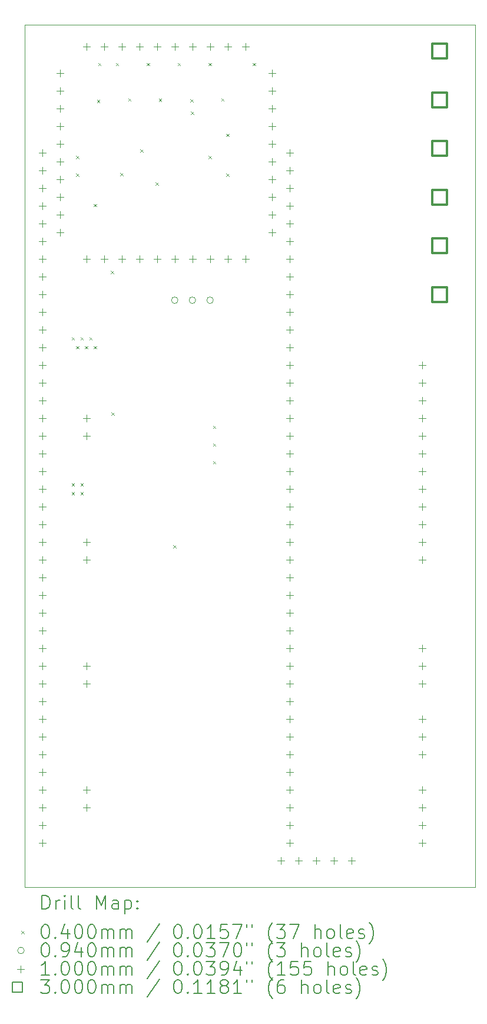
<source format=gbr>
%TF.GenerationSoftware,KiCad,Pcbnew,(6.0.9)*%
%TF.CreationDate,2023-07-15T07:21:42-07:00*%
%TF.ProjectId,canbuz-1977-vw-bus-ecu,63616e62-757a-42d3-9139-37372d76772d,rev?*%
%TF.SameCoordinates,Original*%
%TF.FileFunction,Drillmap*%
%TF.FilePolarity,Positive*%
%FSLAX45Y45*%
G04 Gerber Fmt 4.5, Leading zero omitted, Abs format (unit mm)*
G04 Created by KiCad (PCBNEW (6.0.9)) date 2023-07-15 07:21:42*
%MOMM*%
%LPD*%
G01*
G04 APERTURE LIST*
%ADD10C,0.100000*%
%ADD11C,0.200000*%
%ADD12C,0.040000*%
%ADD13C,0.094000*%
%ADD14C,0.300000*%
G04 APERTURE END LIST*
D10*
X10160000Y-4000500D02*
X3683000Y-4000500D01*
X3683000Y-16383000D02*
X10160000Y-16383000D01*
X3683000Y-4000500D02*
X3683000Y-16383000D01*
X10160000Y-16383000D02*
X10160000Y-4000500D01*
D11*
D12*
X4361500Y-8489000D02*
X4401500Y-8529000D01*
X4401500Y-8489000D02*
X4361500Y-8529000D01*
X4361500Y-10584500D02*
X4401500Y-10624500D01*
X4401500Y-10584500D02*
X4361500Y-10624500D01*
X4361500Y-10711500D02*
X4401500Y-10751500D01*
X4401500Y-10711500D02*
X4361500Y-10751500D01*
X4425000Y-5885500D02*
X4465000Y-5925500D01*
X4465000Y-5885500D02*
X4425000Y-5925500D01*
X4425000Y-6139500D02*
X4465000Y-6179500D01*
X4465000Y-6139500D02*
X4425000Y-6179500D01*
X4425000Y-8616000D02*
X4465000Y-8656000D01*
X4465000Y-8616000D02*
X4425000Y-8656000D01*
X4488500Y-8489000D02*
X4528500Y-8529000D01*
X4528500Y-8489000D02*
X4488500Y-8529000D01*
X4488500Y-10584500D02*
X4528500Y-10624500D01*
X4528500Y-10584500D02*
X4488500Y-10624500D01*
X4488500Y-10711500D02*
X4528500Y-10751500D01*
X4528500Y-10711500D02*
X4488500Y-10751500D01*
X4552000Y-8616000D02*
X4592000Y-8656000D01*
X4592000Y-8616000D02*
X4552000Y-8656000D01*
X4615500Y-8489000D02*
X4655500Y-8529000D01*
X4655500Y-8489000D02*
X4615500Y-8529000D01*
X4679000Y-6574550D02*
X4719000Y-6614550D01*
X4719000Y-6574550D02*
X4679000Y-6614550D01*
X4679000Y-8616000D02*
X4719000Y-8656000D01*
X4719000Y-8616000D02*
X4679000Y-8656000D01*
X4724625Y-5077875D02*
X4764625Y-5117875D01*
X4764625Y-5077875D02*
X4724625Y-5117875D01*
X4742500Y-4552000D02*
X4782500Y-4592000D01*
X4782500Y-4552000D02*
X4742500Y-4592000D01*
X4924050Y-7536500D02*
X4964050Y-7576500D01*
X4964050Y-7536500D02*
X4924050Y-7576500D01*
X4933000Y-9568500D02*
X4973000Y-9608500D01*
X4973000Y-9568500D02*
X4933000Y-9608500D01*
X4996500Y-4552000D02*
X5036500Y-4592000D01*
X5036500Y-4552000D02*
X4996500Y-4592000D01*
X5060000Y-6130050D02*
X5100000Y-6170050D01*
X5100000Y-6130050D02*
X5060000Y-6170050D01*
X5173550Y-5060000D02*
X5213550Y-5100000D01*
X5213550Y-5060000D02*
X5173550Y-5100000D01*
X5349750Y-5794250D02*
X5389750Y-5834250D01*
X5389750Y-5794250D02*
X5349750Y-5834250D01*
X5441000Y-4552000D02*
X5481000Y-4592000D01*
X5481000Y-4552000D02*
X5441000Y-4592000D01*
X5568000Y-6266500D02*
X5608000Y-6306500D01*
X5608000Y-6266500D02*
X5568000Y-6306500D01*
X5613500Y-5065250D02*
X5653500Y-5105250D01*
X5653500Y-5065250D02*
X5613500Y-5105250D01*
X5822000Y-11473500D02*
X5862000Y-11513500D01*
X5862000Y-11473500D02*
X5822000Y-11513500D01*
X5885500Y-4552000D02*
X5925500Y-4592000D01*
X5925500Y-4552000D02*
X5885500Y-4592000D01*
X6064375Y-5071625D02*
X6104375Y-5111625D01*
X6104375Y-5071625D02*
X6064375Y-5111625D01*
X6076000Y-5250500D02*
X6116000Y-5290500D01*
X6116000Y-5250500D02*
X6076000Y-5290500D01*
X6330000Y-4552000D02*
X6370000Y-4592000D01*
X6370000Y-4552000D02*
X6330000Y-4592000D01*
X6330000Y-5885500D02*
X6370000Y-5925500D01*
X6370000Y-5885500D02*
X6330000Y-5925500D01*
X6393500Y-9759000D02*
X6433500Y-9799000D01*
X6433500Y-9759000D02*
X6393500Y-9799000D01*
X6393500Y-10013000D02*
X6433500Y-10053000D01*
X6433500Y-10013000D02*
X6393500Y-10053000D01*
X6393500Y-10267000D02*
X6433500Y-10307000D01*
X6433500Y-10267000D02*
X6393500Y-10307000D01*
X6511550Y-5060000D02*
X6551550Y-5100000D01*
X6551550Y-5060000D02*
X6511550Y-5100000D01*
X6584000Y-5568000D02*
X6624000Y-5608000D01*
X6624000Y-5568000D02*
X6584000Y-5608000D01*
X6584000Y-6139500D02*
X6624000Y-6179500D01*
X6624000Y-6139500D02*
X6584000Y-6179500D01*
X6965000Y-4552000D02*
X7005000Y-4592000D01*
X7005000Y-4552000D02*
X6965000Y-4592000D01*
D13*
X5889000Y-7957250D02*
G75*
G03*
X5889000Y-7957250I-47000J0D01*
G01*
X6143000Y-7957250D02*
G75*
G03*
X6143000Y-7957250I-47000J0D01*
G01*
X6397000Y-7957250D02*
G75*
G03*
X6397000Y-7957250I-47000J0D01*
G01*
D10*
X3942000Y-5792000D02*
X3942000Y-5892000D01*
X3892000Y-5842000D02*
X3992000Y-5842000D01*
X3942000Y-6046000D02*
X3942000Y-6146000D01*
X3892000Y-6096000D02*
X3992000Y-6096000D01*
X3942000Y-6300000D02*
X3942000Y-6400000D01*
X3892000Y-6350000D02*
X3992000Y-6350000D01*
X3942000Y-6554000D02*
X3942000Y-6654000D01*
X3892000Y-6604000D02*
X3992000Y-6604000D01*
X3942000Y-6808000D02*
X3942000Y-6908000D01*
X3892000Y-6858000D02*
X3992000Y-6858000D01*
X3942000Y-7062000D02*
X3942000Y-7162000D01*
X3892000Y-7112000D02*
X3992000Y-7112000D01*
X3942000Y-7316000D02*
X3942000Y-7416000D01*
X3892000Y-7366000D02*
X3992000Y-7366000D01*
X3942000Y-7570000D02*
X3942000Y-7670000D01*
X3892000Y-7620000D02*
X3992000Y-7620000D01*
X3942000Y-7824000D02*
X3942000Y-7924000D01*
X3892000Y-7874000D02*
X3992000Y-7874000D01*
X3942000Y-8078000D02*
X3942000Y-8178000D01*
X3892000Y-8128000D02*
X3992000Y-8128000D01*
X3942000Y-8332000D02*
X3942000Y-8432000D01*
X3892000Y-8382000D02*
X3992000Y-8382000D01*
X3942000Y-8586000D02*
X3942000Y-8686000D01*
X3892000Y-8636000D02*
X3992000Y-8636000D01*
X3942000Y-8840000D02*
X3942000Y-8940000D01*
X3892000Y-8890000D02*
X3992000Y-8890000D01*
X3942000Y-9094000D02*
X3942000Y-9194000D01*
X3892000Y-9144000D02*
X3992000Y-9144000D01*
X3942000Y-9348000D02*
X3942000Y-9448000D01*
X3892000Y-9398000D02*
X3992000Y-9398000D01*
X3942000Y-9602000D02*
X3942000Y-9702000D01*
X3892000Y-9652000D02*
X3992000Y-9652000D01*
X3942000Y-9856000D02*
X3942000Y-9956000D01*
X3892000Y-9906000D02*
X3992000Y-9906000D01*
X3942000Y-10110000D02*
X3942000Y-10210000D01*
X3892000Y-10160000D02*
X3992000Y-10160000D01*
X3942000Y-10364000D02*
X3942000Y-10464000D01*
X3892000Y-10414000D02*
X3992000Y-10414000D01*
X3942000Y-10618000D02*
X3942000Y-10718000D01*
X3892000Y-10668000D02*
X3992000Y-10668000D01*
X3942000Y-10872000D02*
X3942000Y-10972000D01*
X3892000Y-10922000D02*
X3992000Y-10922000D01*
X3942000Y-11126000D02*
X3942000Y-11226000D01*
X3892000Y-11176000D02*
X3992000Y-11176000D01*
X3942000Y-11380000D02*
X3942000Y-11480000D01*
X3892000Y-11430000D02*
X3992000Y-11430000D01*
X3942000Y-11634000D02*
X3942000Y-11734000D01*
X3892000Y-11684000D02*
X3992000Y-11684000D01*
X3942000Y-11888000D02*
X3942000Y-11988000D01*
X3892000Y-11938000D02*
X3992000Y-11938000D01*
X3942000Y-12142000D02*
X3942000Y-12242000D01*
X3892000Y-12192000D02*
X3992000Y-12192000D01*
X3942000Y-12396000D02*
X3942000Y-12496000D01*
X3892000Y-12446000D02*
X3992000Y-12446000D01*
X3942000Y-12650000D02*
X3942000Y-12750000D01*
X3892000Y-12700000D02*
X3992000Y-12700000D01*
X3942000Y-12904000D02*
X3942000Y-13004000D01*
X3892000Y-12954000D02*
X3992000Y-12954000D01*
X3942000Y-13158000D02*
X3942000Y-13258000D01*
X3892000Y-13208000D02*
X3992000Y-13208000D01*
X3942000Y-13412000D02*
X3942000Y-13512000D01*
X3892000Y-13462000D02*
X3992000Y-13462000D01*
X3942000Y-13666000D02*
X3942000Y-13766000D01*
X3892000Y-13716000D02*
X3992000Y-13716000D01*
X3942000Y-13920000D02*
X3942000Y-14020000D01*
X3892000Y-13970000D02*
X3992000Y-13970000D01*
X3942000Y-14174000D02*
X3942000Y-14274000D01*
X3892000Y-14224000D02*
X3992000Y-14224000D01*
X3942000Y-14428000D02*
X3942000Y-14528000D01*
X3892000Y-14478000D02*
X3992000Y-14478000D01*
X3942000Y-14682000D02*
X3942000Y-14782000D01*
X3892000Y-14732000D02*
X3992000Y-14732000D01*
X3942000Y-14936000D02*
X3942000Y-15036000D01*
X3892000Y-14986000D02*
X3992000Y-14986000D01*
X3942000Y-15190000D02*
X3942000Y-15290000D01*
X3892000Y-15240000D02*
X3992000Y-15240000D01*
X3942000Y-15444000D02*
X3942000Y-15544000D01*
X3892000Y-15494000D02*
X3992000Y-15494000D01*
X3942000Y-15698000D02*
X3942000Y-15798000D01*
X3892000Y-15748000D02*
X3992000Y-15748000D01*
X4191000Y-4649000D02*
X4191000Y-4749000D01*
X4141000Y-4699000D02*
X4241000Y-4699000D01*
X4191000Y-4903000D02*
X4191000Y-5003000D01*
X4141000Y-4953000D02*
X4241000Y-4953000D01*
X4191000Y-5157000D02*
X4191000Y-5257000D01*
X4141000Y-5207000D02*
X4241000Y-5207000D01*
X4191000Y-5411000D02*
X4191000Y-5511000D01*
X4141000Y-5461000D02*
X4241000Y-5461000D01*
X4191000Y-5665000D02*
X4191000Y-5765000D01*
X4141000Y-5715000D02*
X4241000Y-5715000D01*
X4191000Y-5919000D02*
X4191000Y-6019000D01*
X4141000Y-5969000D02*
X4241000Y-5969000D01*
X4191000Y-6173000D02*
X4191000Y-6273000D01*
X4141000Y-6223000D02*
X4241000Y-6223000D01*
X4191000Y-6427000D02*
X4191000Y-6527000D01*
X4141000Y-6477000D02*
X4241000Y-6477000D01*
X4191000Y-6681000D02*
X4191000Y-6781000D01*
X4141000Y-6731000D02*
X4241000Y-6731000D01*
X4191000Y-6935000D02*
X4191000Y-7035000D01*
X4141000Y-6985000D02*
X4241000Y-6985000D01*
X4572000Y-4268000D02*
X4572000Y-4368000D01*
X4522000Y-4318000D02*
X4622000Y-4318000D01*
X4572000Y-7316000D02*
X4572000Y-7416000D01*
X4522000Y-7366000D02*
X4622000Y-7366000D01*
X4572000Y-9602000D02*
X4572000Y-9702000D01*
X4522000Y-9652000D02*
X4622000Y-9652000D01*
X4572000Y-9856000D02*
X4572000Y-9956000D01*
X4522000Y-9906000D02*
X4622000Y-9906000D01*
X4572000Y-11380000D02*
X4572000Y-11480000D01*
X4522000Y-11430000D02*
X4622000Y-11430000D01*
X4572000Y-11634000D02*
X4572000Y-11734000D01*
X4522000Y-11684000D02*
X4622000Y-11684000D01*
X4572000Y-13158000D02*
X4572000Y-13258000D01*
X4522000Y-13208000D02*
X4622000Y-13208000D01*
X4572000Y-13412000D02*
X4572000Y-13512000D01*
X4522000Y-13462000D02*
X4622000Y-13462000D01*
X4572000Y-14936000D02*
X4572000Y-15036000D01*
X4522000Y-14986000D02*
X4622000Y-14986000D01*
X4572000Y-15190000D02*
X4572000Y-15290000D01*
X4522000Y-15240000D02*
X4622000Y-15240000D01*
X4826000Y-4268000D02*
X4826000Y-4368000D01*
X4776000Y-4318000D02*
X4876000Y-4318000D01*
X4826000Y-7316000D02*
X4826000Y-7416000D01*
X4776000Y-7366000D02*
X4876000Y-7366000D01*
X5080000Y-4268000D02*
X5080000Y-4368000D01*
X5030000Y-4318000D02*
X5130000Y-4318000D01*
X5080000Y-7316000D02*
X5080000Y-7416000D01*
X5030000Y-7366000D02*
X5130000Y-7366000D01*
X5334000Y-4268000D02*
X5334000Y-4368000D01*
X5284000Y-4318000D02*
X5384000Y-4318000D01*
X5334000Y-7316000D02*
X5334000Y-7416000D01*
X5284000Y-7366000D02*
X5384000Y-7366000D01*
X5588000Y-4268000D02*
X5588000Y-4368000D01*
X5538000Y-4318000D02*
X5638000Y-4318000D01*
X5588000Y-7316000D02*
X5588000Y-7416000D01*
X5538000Y-7366000D02*
X5638000Y-7366000D01*
X5842000Y-4268000D02*
X5842000Y-4368000D01*
X5792000Y-4318000D02*
X5892000Y-4318000D01*
X5842000Y-7316000D02*
X5842000Y-7416000D01*
X5792000Y-7366000D02*
X5892000Y-7366000D01*
X6096000Y-4268000D02*
X6096000Y-4368000D01*
X6046000Y-4318000D02*
X6146000Y-4318000D01*
X6096000Y-7316000D02*
X6096000Y-7416000D01*
X6046000Y-7366000D02*
X6146000Y-7366000D01*
X6350000Y-4268000D02*
X6350000Y-4368000D01*
X6300000Y-4318000D02*
X6400000Y-4318000D01*
X6350000Y-7316000D02*
X6350000Y-7416000D01*
X6300000Y-7366000D02*
X6400000Y-7366000D01*
X6604000Y-4268000D02*
X6604000Y-4368000D01*
X6554000Y-4318000D02*
X6654000Y-4318000D01*
X6604000Y-7316000D02*
X6604000Y-7416000D01*
X6554000Y-7366000D02*
X6654000Y-7366000D01*
X6858000Y-4268000D02*
X6858000Y-4368000D01*
X6808000Y-4318000D02*
X6908000Y-4318000D01*
X6858000Y-7316000D02*
X6858000Y-7416000D01*
X6808000Y-7366000D02*
X6908000Y-7366000D01*
X7239000Y-4649000D02*
X7239000Y-4749000D01*
X7189000Y-4699000D02*
X7289000Y-4699000D01*
X7239000Y-4903000D02*
X7239000Y-5003000D01*
X7189000Y-4953000D02*
X7289000Y-4953000D01*
X7239000Y-5157000D02*
X7239000Y-5257000D01*
X7189000Y-5207000D02*
X7289000Y-5207000D01*
X7239000Y-5411000D02*
X7239000Y-5511000D01*
X7189000Y-5461000D02*
X7289000Y-5461000D01*
X7239000Y-5665000D02*
X7239000Y-5765000D01*
X7189000Y-5715000D02*
X7289000Y-5715000D01*
X7239000Y-5919000D02*
X7239000Y-6019000D01*
X7189000Y-5969000D02*
X7289000Y-5969000D01*
X7239000Y-6173000D02*
X7239000Y-6273000D01*
X7189000Y-6223000D02*
X7289000Y-6223000D01*
X7239000Y-6427000D02*
X7239000Y-6527000D01*
X7189000Y-6477000D02*
X7289000Y-6477000D01*
X7239000Y-6681000D02*
X7239000Y-6781000D01*
X7189000Y-6731000D02*
X7289000Y-6731000D01*
X7239000Y-6935000D02*
X7239000Y-7035000D01*
X7189000Y-6985000D02*
X7289000Y-6985000D01*
X7366000Y-15952000D02*
X7366000Y-16052000D01*
X7316000Y-16002000D02*
X7416000Y-16002000D01*
X7498000Y-5792000D02*
X7498000Y-5892000D01*
X7448000Y-5842000D02*
X7548000Y-5842000D01*
X7498000Y-6046000D02*
X7498000Y-6146000D01*
X7448000Y-6096000D02*
X7548000Y-6096000D01*
X7498000Y-6300000D02*
X7498000Y-6400000D01*
X7448000Y-6350000D02*
X7548000Y-6350000D01*
X7498000Y-6554000D02*
X7498000Y-6654000D01*
X7448000Y-6604000D02*
X7548000Y-6604000D01*
X7498000Y-6808000D02*
X7498000Y-6908000D01*
X7448000Y-6858000D02*
X7548000Y-6858000D01*
X7498000Y-7062000D02*
X7498000Y-7162000D01*
X7448000Y-7112000D02*
X7548000Y-7112000D01*
X7498000Y-7316000D02*
X7498000Y-7416000D01*
X7448000Y-7366000D02*
X7548000Y-7366000D01*
X7498000Y-7570000D02*
X7498000Y-7670000D01*
X7448000Y-7620000D02*
X7548000Y-7620000D01*
X7498000Y-7824000D02*
X7498000Y-7924000D01*
X7448000Y-7874000D02*
X7548000Y-7874000D01*
X7498000Y-8078000D02*
X7498000Y-8178000D01*
X7448000Y-8128000D02*
X7548000Y-8128000D01*
X7498000Y-8332000D02*
X7498000Y-8432000D01*
X7448000Y-8382000D02*
X7548000Y-8382000D01*
X7498000Y-8586000D02*
X7498000Y-8686000D01*
X7448000Y-8636000D02*
X7548000Y-8636000D01*
X7498000Y-8840000D02*
X7498000Y-8940000D01*
X7448000Y-8890000D02*
X7548000Y-8890000D01*
X7498000Y-9094000D02*
X7498000Y-9194000D01*
X7448000Y-9144000D02*
X7548000Y-9144000D01*
X7498000Y-9348000D02*
X7498000Y-9448000D01*
X7448000Y-9398000D02*
X7548000Y-9398000D01*
X7498000Y-9602000D02*
X7498000Y-9702000D01*
X7448000Y-9652000D02*
X7548000Y-9652000D01*
X7498000Y-9856000D02*
X7498000Y-9956000D01*
X7448000Y-9906000D02*
X7548000Y-9906000D01*
X7498000Y-10110000D02*
X7498000Y-10210000D01*
X7448000Y-10160000D02*
X7548000Y-10160000D01*
X7498000Y-10364000D02*
X7498000Y-10464000D01*
X7448000Y-10414000D02*
X7548000Y-10414000D01*
X7498000Y-10618000D02*
X7498000Y-10718000D01*
X7448000Y-10668000D02*
X7548000Y-10668000D01*
X7498000Y-10872000D02*
X7498000Y-10972000D01*
X7448000Y-10922000D02*
X7548000Y-10922000D01*
X7498000Y-11126000D02*
X7498000Y-11226000D01*
X7448000Y-11176000D02*
X7548000Y-11176000D01*
X7498000Y-11380000D02*
X7498000Y-11480000D01*
X7448000Y-11430000D02*
X7548000Y-11430000D01*
X7498000Y-11634000D02*
X7498000Y-11734000D01*
X7448000Y-11684000D02*
X7548000Y-11684000D01*
X7498000Y-11888000D02*
X7498000Y-11988000D01*
X7448000Y-11938000D02*
X7548000Y-11938000D01*
X7498000Y-12142000D02*
X7498000Y-12242000D01*
X7448000Y-12192000D02*
X7548000Y-12192000D01*
X7498000Y-12396000D02*
X7498000Y-12496000D01*
X7448000Y-12446000D02*
X7548000Y-12446000D01*
X7498000Y-12650000D02*
X7498000Y-12750000D01*
X7448000Y-12700000D02*
X7548000Y-12700000D01*
X7498000Y-12904000D02*
X7498000Y-13004000D01*
X7448000Y-12954000D02*
X7548000Y-12954000D01*
X7498000Y-13158000D02*
X7498000Y-13258000D01*
X7448000Y-13208000D02*
X7548000Y-13208000D01*
X7498000Y-13412000D02*
X7498000Y-13512000D01*
X7448000Y-13462000D02*
X7548000Y-13462000D01*
X7498000Y-13666000D02*
X7498000Y-13766000D01*
X7448000Y-13716000D02*
X7548000Y-13716000D01*
X7498000Y-13920000D02*
X7498000Y-14020000D01*
X7448000Y-13970000D02*
X7548000Y-13970000D01*
X7498000Y-14174000D02*
X7498000Y-14274000D01*
X7448000Y-14224000D02*
X7548000Y-14224000D01*
X7498000Y-14428000D02*
X7498000Y-14528000D01*
X7448000Y-14478000D02*
X7548000Y-14478000D01*
X7498000Y-14682000D02*
X7498000Y-14782000D01*
X7448000Y-14732000D02*
X7548000Y-14732000D01*
X7498000Y-14936000D02*
X7498000Y-15036000D01*
X7448000Y-14986000D02*
X7548000Y-14986000D01*
X7498000Y-15190000D02*
X7498000Y-15290000D01*
X7448000Y-15240000D02*
X7548000Y-15240000D01*
X7498000Y-15444000D02*
X7498000Y-15544000D01*
X7448000Y-15494000D02*
X7548000Y-15494000D01*
X7498000Y-15698000D02*
X7498000Y-15798000D01*
X7448000Y-15748000D02*
X7548000Y-15748000D01*
X7620000Y-15952000D02*
X7620000Y-16052000D01*
X7570000Y-16002000D02*
X7670000Y-16002000D01*
X7874000Y-15952000D02*
X7874000Y-16052000D01*
X7824000Y-16002000D02*
X7924000Y-16002000D01*
X8128000Y-15952000D02*
X8128000Y-16052000D01*
X8078000Y-16002000D02*
X8178000Y-16002000D01*
X8382000Y-15952000D02*
X8382000Y-16052000D01*
X8332000Y-16002000D02*
X8432000Y-16002000D01*
X9398000Y-8840000D02*
X9398000Y-8940000D01*
X9348000Y-8890000D02*
X9448000Y-8890000D01*
X9398000Y-9094000D02*
X9398000Y-9194000D01*
X9348000Y-9144000D02*
X9448000Y-9144000D01*
X9398000Y-9348000D02*
X9398000Y-9448000D01*
X9348000Y-9398000D02*
X9448000Y-9398000D01*
X9398000Y-9602000D02*
X9398000Y-9702000D01*
X9348000Y-9652000D02*
X9448000Y-9652000D01*
X9398000Y-9856000D02*
X9398000Y-9956000D01*
X9348000Y-9906000D02*
X9448000Y-9906000D01*
X9398000Y-10110000D02*
X9398000Y-10210000D01*
X9348000Y-10160000D02*
X9448000Y-10160000D01*
X9398000Y-10364000D02*
X9398000Y-10464000D01*
X9348000Y-10414000D02*
X9448000Y-10414000D01*
X9398000Y-10618000D02*
X9398000Y-10718000D01*
X9348000Y-10668000D02*
X9448000Y-10668000D01*
X9398000Y-10872000D02*
X9398000Y-10972000D01*
X9348000Y-10922000D02*
X9448000Y-10922000D01*
X9398000Y-11126000D02*
X9398000Y-11226000D01*
X9348000Y-11176000D02*
X9448000Y-11176000D01*
X9398000Y-11380000D02*
X9398000Y-11480000D01*
X9348000Y-11430000D02*
X9448000Y-11430000D01*
X9398000Y-11634000D02*
X9398000Y-11734000D01*
X9348000Y-11684000D02*
X9448000Y-11684000D01*
X9398000Y-12904000D02*
X9398000Y-13004000D01*
X9348000Y-12954000D02*
X9448000Y-12954000D01*
X9398000Y-13158000D02*
X9398000Y-13258000D01*
X9348000Y-13208000D02*
X9448000Y-13208000D01*
X9398000Y-13412000D02*
X9398000Y-13512000D01*
X9348000Y-13462000D02*
X9448000Y-13462000D01*
X9398000Y-13920000D02*
X9398000Y-14020000D01*
X9348000Y-13970000D02*
X9448000Y-13970000D01*
X9398000Y-14174000D02*
X9398000Y-14274000D01*
X9348000Y-14224000D02*
X9448000Y-14224000D01*
X9398000Y-14428000D02*
X9398000Y-14528000D01*
X9348000Y-14478000D02*
X9448000Y-14478000D01*
X9398000Y-14936000D02*
X9398000Y-15036000D01*
X9348000Y-14986000D02*
X9448000Y-14986000D01*
X9398000Y-15190000D02*
X9398000Y-15290000D01*
X9348000Y-15240000D02*
X9448000Y-15240000D01*
X9398000Y-15444000D02*
X9398000Y-15544000D01*
X9348000Y-15494000D02*
X9448000Y-15494000D01*
X9398000Y-15698000D02*
X9398000Y-15798000D01*
X9348000Y-15748000D02*
X9448000Y-15748000D01*
D14*
X9758067Y-4487567D02*
X9758067Y-4275433D01*
X9545933Y-4275433D01*
X9545933Y-4487567D01*
X9758067Y-4487567D01*
X9758067Y-5186067D02*
X9758067Y-4973933D01*
X9545933Y-4973933D01*
X9545933Y-5186067D01*
X9758067Y-5186067D01*
X9758067Y-5884567D02*
X9758067Y-5672433D01*
X9545933Y-5672433D01*
X9545933Y-5884567D01*
X9758067Y-5884567D01*
X9758067Y-6583067D02*
X9758067Y-6370933D01*
X9545933Y-6370933D01*
X9545933Y-6583067D01*
X9758067Y-6583067D01*
X9758067Y-7281567D02*
X9758067Y-7069433D01*
X9545933Y-7069433D01*
X9545933Y-7281567D01*
X9758067Y-7281567D01*
X9758067Y-7980067D02*
X9758067Y-7767933D01*
X9545933Y-7767933D01*
X9545933Y-7980067D01*
X9758067Y-7980067D01*
D11*
X3935619Y-16698476D02*
X3935619Y-16498476D01*
X3983238Y-16498476D01*
X4011809Y-16508000D01*
X4030857Y-16527048D01*
X4040381Y-16546095D01*
X4049905Y-16584190D01*
X4049905Y-16612762D01*
X4040381Y-16650857D01*
X4030857Y-16669905D01*
X4011809Y-16688952D01*
X3983238Y-16698476D01*
X3935619Y-16698476D01*
X4135619Y-16698476D02*
X4135619Y-16565143D01*
X4135619Y-16603238D02*
X4145143Y-16584190D01*
X4154667Y-16574667D01*
X4173714Y-16565143D01*
X4192762Y-16565143D01*
X4259429Y-16698476D02*
X4259429Y-16565143D01*
X4259429Y-16498476D02*
X4249905Y-16508000D01*
X4259429Y-16517524D01*
X4268952Y-16508000D01*
X4259429Y-16498476D01*
X4259429Y-16517524D01*
X4383238Y-16698476D02*
X4364190Y-16688952D01*
X4354667Y-16669905D01*
X4354667Y-16498476D01*
X4488000Y-16698476D02*
X4468952Y-16688952D01*
X4459429Y-16669905D01*
X4459429Y-16498476D01*
X4716571Y-16698476D02*
X4716571Y-16498476D01*
X4783238Y-16641333D01*
X4849905Y-16498476D01*
X4849905Y-16698476D01*
X5030857Y-16698476D02*
X5030857Y-16593714D01*
X5021333Y-16574667D01*
X5002286Y-16565143D01*
X4964190Y-16565143D01*
X4945143Y-16574667D01*
X5030857Y-16688952D02*
X5011810Y-16698476D01*
X4964190Y-16698476D01*
X4945143Y-16688952D01*
X4935619Y-16669905D01*
X4935619Y-16650857D01*
X4945143Y-16631809D01*
X4964190Y-16622286D01*
X5011810Y-16622286D01*
X5030857Y-16612762D01*
X5126095Y-16565143D02*
X5126095Y-16765143D01*
X5126095Y-16574667D02*
X5145143Y-16565143D01*
X5183238Y-16565143D01*
X5202286Y-16574667D01*
X5211810Y-16584190D01*
X5221333Y-16603238D01*
X5221333Y-16660381D01*
X5211810Y-16679428D01*
X5202286Y-16688952D01*
X5183238Y-16698476D01*
X5145143Y-16698476D01*
X5126095Y-16688952D01*
X5307048Y-16679428D02*
X5316571Y-16688952D01*
X5307048Y-16698476D01*
X5297524Y-16688952D01*
X5307048Y-16679428D01*
X5307048Y-16698476D01*
X5307048Y-16574667D02*
X5316571Y-16584190D01*
X5307048Y-16593714D01*
X5297524Y-16584190D01*
X5307048Y-16574667D01*
X5307048Y-16593714D01*
D12*
X3638000Y-17008000D02*
X3678000Y-17048000D01*
X3678000Y-17008000D02*
X3638000Y-17048000D01*
D11*
X3973714Y-16918476D02*
X3992762Y-16918476D01*
X4011809Y-16928000D01*
X4021333Y-16937524D01*
X4030857Y-16956571D01*
X4040381Y-16994667D01*
X4040381Y-17042286D01*
X4030857Y-17080381D01*
X4021333Y-17099429D01*
X4011809Y-17108952D01*
X3992762Y-17118476D01*
X3973714Y-17118476D01*
X3954667Y-17108952D01*
X3945143Y-17099429D01*
X3935619Y-17080381D01*
X3926095Y-17042286D01*
X3926095Y-16994667D01*
X3935619Y-16956571D01*
X3945143Y-16937524D01*
X3954667Y-16928000D01*
X3973714Y-16918476D01*
X4126095Y-17099429D02*
X4135619Y-17108952D01*
X4126095Y-17118476D01*
X4116571Y-17108952D01*
X4126095Y-17099429D01*
X4126095Y-17118476D01*
X4307048Y-16985143D02*
X4307048Y-17118476D01*
X4259429Y-16908952D02*
X4211810Y-17051810D01*
X4335619Y-17051810D01*
X4449905Y-16918476D02*
X4468952Y-16918476D01*
X4488000Y-16928000D01*
X4497524Y-16937524D01*
X4507048Y-16956571D01*
X4516571Y-16994667D01*
X4516571Y-17042286D01*
X4507048Y-17080381D01*
X4497524Y-17099429D01*
X4488000Y-17108952D01*
X4468952Y-17118476D01*
X4449905Y-17118476D01*
X4430857Y-17108952D01*
X4421333Y-17099429D01*
X4411810Y-17080381D01*
X4402286Y-17042286D01*
X4402286Y-16994667D01*
X4411810Y-16956571D01*
X4421333Y-16937524D01*
X4430857Y-16928000D01*
X4449905Y-16918476D01*
X4640381Y-16918476D02*
X4659429Y-16918476D01*
X4678476Y-16928000D01*
X4688000Y-16937524D01*
X4697524Y-16956571D01*
X4707048Y-16994667D01*
X4707048Y-17042286D01*
X4697524Y-17080381D01*
X4688000Y-17099429D01*
X4678476Y-17108952D01*
X4659429Y-17118476D01*
X4640381Y-17118476D01*
X4621333Y-17108952D01*
X4611810Y-17099429D01*
X4602286Y-17080381D01*
X4592762Y-17042286D01*
X4592762Y-16994667D01*
X4602286Y-16956571D01*
X4611810Y-16937524D01*
X4621333Y-16928000D01*
X4640381Y-16918476D01*
X4792762Y-17118476D02*
X4792762Y-16985143D01*
X4792762Y-17004190D02*
X4802286Y-16994667D01*
X4821333Y-16985143D01*
X4849905Y-16985143D01*
X4868952Y-16994667D01*
X4878476Y-17013714D01*
X4878476Y-17118476D01*
X4878476Y-17013714D02*
X4888000Y-16994667D01*
X4907048Y-16985143D01*
X4935619Y-16985143D01*
X4954667Y-16994667D01*
X4964190Y-17013714D01*
X4964190Y-17118476D01*
X5059429Y-17118476D02*
X5059429Y-16985143D01*
X5059429Y-17004190D02*
X5068952Y-16994667D01*
X5088000Y-16985143D01*
X5116571Y-16985143D01*
X5135619Y-16994667D01*
X5145143Y-17013714D01*
X5145143Y-17118476D01*
X5145143Y-17013714D02*
X5154667Y-16994667D01*
X5173714Y-16985143D01*
X5202286Y-16985143D01*
X5221333Y-16994667D01*
X5230857Y-17013714D01*
X5230857Y-17118476D01*
X5621333Y-16908952D02*
X5449905Y-17166095D01*
X5878476Y-16918476D02*
X5897524Y-16918476D01*
X5916571Y-16928000D01*
X5926095Y-16937524D01*
X5935619Y-16956571D01*
X5945143Y-16994667D01*
X5945143Y-17042286D01*
X5935619Y-17080381D01*
X5926095Y-17099429D01*
X5916571Y-17108952D01*
X5897524Y-17118476D01*
X5878476Y-17118476D01*
X5859428Y-17108952D01*
X5849905Y-17099429D01*
X5840381Y-17080381D01*
X5830857Y-17042286D01*
X5830857Y-16994667D01*
X5840381Y-16956571D01*
X5849905Y-16937524D01*
X5859428Y-16928000D01*
X5878476Y-16918476D01*
X6030857Y-17099429D02*
X6040381Y-17108952D01*
X6030857Y-17118476D01*
X6021333Y-17108952D01*
X6030857Y-17099429D01*
X6030857Y-17118476D01*
X6164190Y-16918476D02*
X6183238Y-16918476D01*
X6202286Y-16928000D01*
X6211809Y-16937524D01*
X6221333Y-16956571D01*
X6230857Y-16994667D01*
X6230857Y-17042286D01*
X6221333Y-17080381D01*
X6211809Y-17099429D01*
X6202286Y-17108952D01*
X6183238Y-17118476D01*
X6164190Y-17118476D01*
X6145143Y-17108952D01*
X6135619Y-17099429D01*
X6126095Y-17080381D01*
X6116571Y-17042286D01*
X6116571Y-16994667D01*
X6126095Y-16956571D01*
X6135619Y-16937524D01*
X6145143Y-16928000D01*
X6164190Y-16918476D01*
X6421333Y-17118476D02*
X6307048Y-17118476D01*
X6364190Y-17118476D02*
X6364190Y-16918476D01*
X6345143Y-16947048D01*
X6326095Y-16966095D01*
X6307048Y-16975619D01*
X6602286Y-16918476D02*
X6507048Y-16918476D01*
X6497524Y-17013714D01*
X6507048Y-17004190D01*
X6526095Y-16994667D01*
X6573714Y-16994667D01*
X6592762Y-17004190D01*
X6602286Y-17013714D01*
X6611809Y-17032762D01*
X6611809Y-17080381D01*
X6602286Y-17099429D01*
X6592762Y-17108952D01*
X6573714Y-17118476D01*
X6526095Y-17118476D01*
X6507048Y-17108952D01*
X6497524Y-17099429D01*
X6678476Y-16918476D02*
X6811809Y-16918476D01*
X6726095Y-17118476D01*
X6878476Y-16918476D02*
X6878476Y-16956571D01*
X6954667Y-16918476D02*
X6954667Y-16956571D01*
X7249905Y-17194667D02*
X7240381Y-17185143D01*
X7221333Y-17156571D01*
X7211809Y-17137524D01*
X7202286Y-17108952D01*
X7192762Y-17061333D01*
X7192762Y-17023238D01*
X7202286Y-16975619D01*
X7211809Y-16947048D01*
X7221333Y-16928000D01*
X7240381Y-16899429D01*
X7249905Y-16889905D01*
X7307048Y-16918476D02*
X7430857Y-16918476D01*
X7364190Y-16994667D01*
X7392762Y-16994667D01*
X7411809Y-17004190D01*
X7421333Y-17013714D01*
X7430857Y-17032762D01*
X7430857Y-17080381D01*
X7421333Y-17099429D01*
X7411809Y-17108952D01*
X7392762Y-17118476D01*
X7335619Y-17118476D01*
X7316571Y-17108952D01*
X7307048Y-17099429D01*
X7497524Y-16918476D02*
X7630857Y-16918476D01*
X7545143Y-17118476D01*
X7859428Y-17118476D02*
X7859428Y-16918476D01*
X7945143Y-17118476D02*
X7945143Y-17013714D01*
X7935619Y-16994667D01*
X7916571Y-16985143D01*
X7888000Y-16985143D01*
X7868952Y-16994667D01*
X7859428Y-17004190D01*
X8068952Y-17118476D02*
X8049905Y-17108952D01*
X8040381Y-17099429D01*
X8030857Y-17080381D01*
X8030857Y-17023238D01*
X8040381Y-17004190D01*
X8049905Y-16994667D01*
X8068952Y-16985143D01*
X8097524Y-16985143D01*
X8116571Y-16994667D01*
X8126095Y-17004190D01*
X8135619Y-17023238D01*
X8135619Y-17080381D01*
X8126095Y-17099429D01*
X8116571Y-17108952D01*
X8097524Y-17118476D01*
X8068952Y-17118476D01*
X8249905Y-17118476D02*
X8230857Y-17108952D01*
X8221333Y-17089905D01*
X8221333Y-16918476D01*
X8402286Y-17108952D02*
X8383238Y-17118476D01*
X8345143Y-17118476D01*
X8326095Y-17108952D01*
X8316571Y-17089905D01*
X8316571Y-17013714D01*
X8326095Y-16994667D01*
X8345143Y-16985143D01*
X8383238Y-16985143D01*
X8402286Y-16994667D01*
X8411810Y-17013714D01*
X8411810Y-17032762D01*
X8316571Y-17051810D01*
X8488000Y-17108952D02*
X8507048Y-17118476D01*
X8545143Y-17118476D01*
X8564190Y-17108952D01*
X8573714Y-17089905D01*
X8573714Y-17080381D01*
X8564190Y-17061333D01*
X8545143Y-17051810D01*
X8516571Y-17051810D01*
X8497524Y-17042286D01*
X8488000Y-17023238D01*
X8488000Y-17013714D01*
X8497524Y-16994667D01*
X8516571Y-16985143D01*
X8545143Y-16985143D01*
X8564190Y-16994667D01*
X8640381Y-17194667D02*
X8649905Y-17185143D01*
X8668952Y-17156571D01*
X8678476Y-17137524D01*
X8688000Y-17108952D01*
X8697524Y-17061333D01*
X8697524Y-17023238D01*
X8688000Y-16975619D01*
X8678476Y-16947048D01*
X8668952Y-16928000D01*
X8649905Y-16899429D01*
X8640381Y-16889905D01*
D13*
X3678000Y-17292000D02*
G75*
G03*
X3678000Y-17292000I-47000J0D01*
G01*
D11*
X3973714Y-17182476D02*
X3992762Y-17182476D01*
X4011809Y-17192000D01*
X4021333Y-17201524D01*
X4030857Y-17220571D01*
X4040381Y-17258667D01*
X4040381Y-17306286D01*
X4030857Y-17344381D01*
X4021333Y-17363429D01*
X4011809Y-17372952D01*
X3992762Y-17382476D01*
X3973714Y-17382476D01*
X3954667Y-17372952D01*
X3945143Y-17363429D01*
X3935619Y-17344381D01*
X3926095Y-17306286D01*
X3926095Y-17258667D01*
X3935619Y-17220571D01*
X3945143Y-17201524D01*
X3954667Y-17192000D01*
X3973714Y-17182476D01*
X4126095Y-17363429D02*
X4135619Y-17372952D01*
X4126095Y-17382476D01*
X4116571Y-17372952D01*
X4126095Y-17363429D01*
X4126095Y-17382476D01*
X4230857Y-17382476D02*
X4268952Y-17382476D01*
X4288000Y-17372952D01*
X4297524Y-17363429D01*
X4316571Y-17334857D01*
X4326095Y-17296762D01*
X4326095Y-17220571D01*
X4316571Y-17201524D01*
X4307048Y-17192000D01*
X4288000Y-17182476D01*
X4249905Y-17182476D01*
X4230857Y-17192000D01*
X4221333Y-17201524D01*
X4211810Y-17220571D01*
X4211810Y-17268190D01*
X4221333Y-17287238D01*
X4230857Y-17296762D01*
X4249905Y-17306286D01*
X4288000Y-17306286D01*
X4307048Y-17296762D01*
X4316571Y-17287238D01*
X4326095Y-17268190D01*
X4497524Y-17249143D02*
X4497524Y-17382476D01*
X4449905Y-17172952D02*
X4402286Y-17315810D01*
X4526095Y-17315810D01*
X4640381Y-17182476D02*
X4659429Y-17182476D01*
X4678476Y-17192000D01*
X4688000Y-17201524D01*
X4697524Y-17220571D01*
X4707048Y-17258667D01*
X4707048Y-17306286D01*
X4697524Y-17344381D01*
X4688000Y-17363429D01*
X4678476Y-17372952D01*
X4659429Y-17382476D01*
X4640381Y-17382476D01*
X4621333Y-17372952D01*
X4611810Y-17363429D01*
X4602286Y-17344381D01*
X4592762Y-17306286D01*
X4592762Y-17258667D01*
X4602286Y-17220571D01*
X4611810Y-17201524D01*
X4621333Y-17192000D01*
X4640381Y-17182476D01*
X4792762Y-17382476D02*
X4792762Y-17249143D01*
X4792762Y-17268190D02*
X4802286Y-17258667D01*
X4821333Y-17249143D01*
X4849905Y-17249143D01*
X4868952Y-17258667D01*
X4878476Y-17277714D01*
X4878476Y-17382476D01*
X4878476Y-17277714D02*
X4888000Y-17258667D01*
X4907048Y-17249143D01*
X4935619Y-17249143D01*
X4954667Y-17258667D01*
X4964190Y-17277714D01*
X4964190Y-17382476D01*
X5059429Y-17382476D02*
X5059429Y-17249143D01*
X5059429Y-17268190D02*
X5068952Y-17258667D01*
X5088000Y-17249143D01*
X5116571Y-17249143D01*
X5135619Y-17258667D01*
X5145143Y-17277714D01*
X5145143Y-17382476D01*
X5145143Y-17277714D02*
X5154667Y-17258667D01*
X5173714Y-17249143D01*
X5202286Y-17249143D01*
X5221333Y-17258667D01*
X5230857Y-17277714D01*
X5230857Y-17382476D01*
X5621333Y-17172952D02*
X5449905Y-17430095D01*
X5878476Y-17182476D02*
X5897524Y-17182476D01*
X5916571Y-17192000D01*
X5926095Y-17201524D01*
X5935619Y-17220571D01*
X5945143Y-17258667D01*
X5945143Y-17306286D01*
X5935619Y-17344381D01*
X5926095Y-17363429D01*
X5916571Y-17372952D01*
X5897524Y-17382476D01*
X5878476Y-17382476D01*
X5859428Y-17372952D01*
X5849905Y-17363429D01*
X5840381Y-17344381D01*
X5830857Y-17306286D01*
X5830857Y-17258667D01*
X5840381Y-17220571D01*
X5849905Y-17201524D01*
X5859428Y-17192000D01*
X5878476Y-17182476D01*
X6030857Y-17363429D02*
X6040381Y-17372952D01*
X6030857Y-17382476D01*
X6021333Y-17372952D01*
X6030857Y-17363429D01*
X6030857Y-17382476D01*
X6164190Y-17182476D02*
X6183238Y-17182476D01*
X6202286Y-17192000D01*
X6211809Y-17201524D01*
X6221333Y-17220571D01*
X6230857Y-17258667D01*
X6230857Y-17306286D01*
X6221333Y-17344381D01*
X6211809Y-17363429D01*
X6202286Y-17372952D01*
X6183238Y-17382476D01*
X6164190Y-17382476D01*
X6145143Y-17372952D01*
X6135619Y-17363429D01*
X6126095Y-17344381D01*
X6116571Y-17306286D01*
X6116571Y-17258667D01*
X6126095Y-17220571D01*
X6135619Y-17201524D01*
X6145143Y-17192000D01*
X6164190Y-17182476D01*
X6297524Y-17182476D02*
X6421333Y-17182476D01*
X6354667Y-17258667D01*
X6383238Y-17258667D01*
X6402286Y-17268190D01*
X6411809Y-17277714D01*
X6421333Y-17296762D01*
X6421333Y-17344381D01*
X6411809Y-17363429D01*
X6402286Y-17372952D01*
X6383238Y-17382476D01*
X6326095Y-17382476D01*
X6307048Y-17372952D01*
X6297524Y-17363429D01*
X6488000Y-17182476D02*
X6621333Y-17182476D01*
X6535619Y-17382476D01*
X6735619Y-17182476D02*
X6754667Y-17182476D01*
X6773714Y-17192000D01*
X6783238Y-17201524D01*
X6792762Y-17220571D01*
X6802286Y-17258667D01*
X6802286Y-17306286D01*
X6792762Y-17344381D01*
X6783238Y-17363429D01*
X6773714Y-17372952D01*
X6754667Y-17382476D01*
X6735619Y-17382476D01*
X6716571Y-17372952D01*
X6707048Y-17363429D01*
X6697524Y-17344381D01*
X6688000Y-17306286D01*
X6688000Y-17258667D01*
X6697524Y-17220571D01*
X6707048Y-17201524D01*
X6716571Y-17192000D01*
X6735619Y-17182476D01*
X6878476Y-17182476D02*
X6878476Y-17220571D01*
X6954667Y-17182476D02*
X6954667Y-17220571D01*
X7249905Y-17458667D02*
X7240381Y-17449143D01*
X7221333Y-17420571D01*
X7211809Y-17401524D01*
X7202286Y-17372952D01*
X7192762Y-17325333D01*
X7192762Y-17287238D01*
X7202286Y-17239619D01*
X7211809Y-17211048D01*
X7221333Y-17192000D01*
X7240381Y-17163429D01*
X7249905Y-17153905D01*
X7307048Y-17182476D02*
X7430857Y-17182476D01*
X7364190Y-17258667D01*
X7392762Y-17258667D01*
X7411809Y-17268190D01*
X7421333Y-17277714D01*
X7430857Y-17296762D01*
X7430857Y-17344381D01*
X7421333Y-17363429D01*
X7411809Y-17372952D01*
X7392762Y-17382476D01*
X7335619Y-17382476D01*
X7316571Y-17372952D01*
X7307048Y-17363429D01*
X7668952Y-17382476D02*
X7668952Y-17182476D01*
X7754667Y-17382476D02*
X7754667Y-17277714D01*
X7745143Y-17258667D01*
X7726095Y-17249143D01*
X7697524Y-17249143D01*
X7678476Y-17258667D01*
X7668952Y-17268190D01*
X7878476Y-17382476D02*
X7859428Y-17372952D01*
X7849905Y-17363429D01*
X7840381Y-17344381D01*
X7840381Y-17287238D01*
X7849905Y-17268190D01*
X7859428Y-17258667D01*
X7878476Y-17249143D01*
X7907048Y-17249143D01*
X7926095Y-17258667D01*
X7935619Y-17268190D01*
X7945143Y-17287238D01*
X7945143Y-17344381D01*
X7935619Y-17363429D01*
X7926095Y-17372952D01*
X7907048Y-17382476D01*
X7878476Y-17382476D01*
X8059428Y-17382476D02*
X8040381Y-17372952D01*
X8030857Y-17353905D01*
X8030857Y-17182476D01*
X8211809Y-17372952D02*
X8192762Y-17382476D01*
X8154667Y-17382476D01*
X8135619Y-17372952D01*
X8126095Y-17353905D01*
X8126095Y-17277714D01*
X8135619Y-17258667D01*
X8154667Y-17249143D01*
X8192762Y-17249143D01*
X8211809Y-17258667D01*
X8221333Y-17277714D01*
X8221333Y-17296762D01*
X8126095Y-17315810D01*
X8297524Y-17372952D02*
X8316571Y-17382476D01*
X8354667Y-17382476D01*
X8373714Y-17372952D01*
X8383238Y-17353905D01*
X8383238Y-17344381D01*
X8373714Y-17325333D01*
X8354667Y-17315810D01*
X8326095Y-17315810D01*
X8307048Y-17306286D01*
X8297524Y-17287238D01*
X8297524Y-17277714D01*
X8307048Y-17258667D01*
X8326095Y-17249143D01*
X8354667Y-17249143D01*
X8373714Y-17258667D01*
X8449905Y-17458667D02*
X8459429Y-17449143D01*
X8478476Y-17420571D01*
X8488000Y-17401524D01*
X8497524Y-17372952D01*
X8507048Y-17325333D01*
X8507048Y-17287238D01*
X8497524Y-17239619D01*
X8488000Y-17211048D01*
X8478476Y-17192000D01*
X8459429Y-17163429D01*
X8449905Y-17153905D01*
D10*
X3628000Y-17506000D02*
X3628000Y-17606000D01*
X3578000Y-17556000D02*
X3678000Y-17556000D01*
D11*
X4040381Y-17646476D02*
X3926095Y-17646476D01*
X3983238Y-17646476D02*
X3983238Y-17446476D01*
X3964190Y-17475048D01*
X3945143Y-17494095D01*
X3926095Y-17503619D01*
X4126095Y-17627429D02*
X4135619Y-17636952D01*
X4126095Y-17646476D01*
X4116571Y-17636952D01*
X4126095Y-17627429D01*
X4126095Y-17646476D01*
X4259429Y-17446476D02*
X4278476Y-17446476D01*
X4297524Y-17456000D01*
X4307048Y-17465524D01*
X4316571Y-17484571D01*
X4326095Y-17522667D01*
X4326095Y-17570286D01*
X4316571Y-17608381D01*
X4307048Y-17627429D01*
X4297524Y-17636952D01*
X4278476Y-17646476D01*
X4259429Y-17646476D01*
X4240381Y-17636952D01*
X4230857Y-17627429D01*
X4221333Y-17608381D01*
X4211810Y-17570286D01*
X4211810Y-17522667D01*
X4221333Y-17484571D01*
X4230857Y-17465524D01*
X4240381Y-17456000D01*
X4259429Y-17446476D01*
X4449905Y-17446476D02*
X4468952Y-17446476D01*
X4488000Y-17456000D01*
X4497524Y-17465524D01*
X4507048Y-17484571D01*
X4516571Y-17522667D01*
X4516571Y-17570286D01*
X4507048Y-17608381D01*
X4497524Y-17627429D01*
X4488000Y-17636952D01*
X4468952Y-17646476D01*
X4449905Y-17646476D01*
X4430857Y-17636952D01*
X4421333Y-17627429D01*
X4411810Y-17608381D01*
X4402286Y-17570286D01*
X4402286Y-17522667D01*
X4411810Y-17484571D01*
X4421333Y-17465524D01*
X4430857Y-17456000D01*
X4449905Y-17446476D01*
X4640381Y-17446476D02*
X4659429Y-17446476D01*
X4678476Y-17456000D01*
X4688000Y-17465524D01*
X4697524Y-17484571D01*
X4707048Y-17522667D01*
X4707048Y-17570286D01*
X4697524Y-17608381D01*
X4688000Y-17627429D01*
X4678476Y-17636952D01*
X4659429Y-17646476D01*
X4640381Y-17646476D01*
X4621333Y-17636952D01*
X4611810Y-17627429D01*
X4602286Y-17608381D01*
X4592762Y-17570286D01*
X4592762Y-17522667D01*
X4602286Y-17484571D01*
X4611810Y-17465524D01*
X4621333Y-17456000D01*
X4640381Y-17446476D01*
X4792762Y-17646476D02*
X4792762Y-17513143D01*
X4792762Y-17532190D02*
X4802286Y-17522667D01*
X4821333Y-17513143D01*
X4849905Y-17513143D01*
X4868952Y-17522667D01*
X4878476Y-17541714D01*
X4878476Y-17646476D01*
X4878476Y-17541714D02*
X4888000Y-17522667D01*
X4907048Y-17513143D01*
X4935619Y-17513143D01*
X4954667Y-17522667D01*
X4964190Y-17541714D01*
X4964190Y-17646476D01*
X5059429Y-17646476D02*
X5059429Y-17513143D01*
X5059429Y-17532190D02*
X5068952Y-17522667D01*
X5088000Y-17513143D01*
X5116571Y-17513143D01*
X5135619Y-17522667D01*
X5145143Y-17541714D01*
X5145143Y-17646476D01*
X5145143Y-17541714D02*
X5154667Y-17522667D01*
X5173714Y-17513143D01*
X5202286Y-17513143D01*
X5221333Y-17522667D01*
X5230857Y-17541714D01*
X5230857Y-17646476D01*
X5621333Y-17436952D02*
X5449905Y-17694095D01*
X5878476Y-17446476D02*
X5897524Y-17446476D01*
X5916571Y-17456000D01*
X5926095Y-17465524D01*
X5935619Y-17484571D01*
X5945143Y-17522667D01*
X5945143Y-17570286D01*
X5935619Y-17608381D01*
X5926095Y-17627429D01*
X5916571Y-17636952D01*
X5897524Y-17646476D01*
X5878476Y-17646476D01*
X5859428Y-17636952D01*
X5849905Y-17627429D01*
X5840381Y-17608381D01*
X5830857Y-17570286D01*
X5830857Y-17522667D01*
X5840381Y-17484571D01*
X5849905Y-17465524D01*
X5859428Y-17456000D01*
X5878476Y-17446476D01*
X6030857Y-17627429D02*
X6040381Y-17636952D01*
X6030857Y-17646476D01*
X6021333Y-17636952D01*
X6030857Y-17627429D01*
X6030857Y-17646476D01*
X6164190Y-17446476D02*
X6183238Y-17446476D01*
X6202286Y-17456000D01*
X6211809Y-17465524D01*
X6221333Y-17484571D01*
X6230857Y-17522667D01*
X6230857Y-17570286D01*
X6221333Y-17608381D01*
X6211809Y-17627429D01*
X6202286Y-17636952D01*
X6183238Y-17646476D01*
X6164190Y-17646476D01*
X6145143Y-17636952D01*
X6135619Y-17627429D01*
X6126095Y-17608381D01*
X6116571Y-17570286D01*
X6116571Y-17522667D01*
X6126095Y-17484571D01*
X6135619Y-17465524D01*
X6145143Y-17456000D01*
X6164190Y-17446476D01*
X6297524Y-17446476D02*
X6421333Y-17446476D01*
X6354667Y-17522667D01*
X6383238Y-17522667D01*
X6402286Y-17532190D01*
X6411809Y-17541714D01*
X6421333Y-17560762D01*
X6421333Y-17608381D01*
X6411809Y-17627429D01*
X6402286Y-17636952D01*
X6383238Y-17646476D01*
X6326095Y-17646476D01*
X6307048Y-17636952D01*
X6297524Y-17627429D01*
X6516571Y-17646476D02*
X6554667Y-17646476D01*
X6573714Y-17636952D01*
X6583238Y-17627429D01*
X6602286Y-17598857D01*
X6611809Y-17560762D01*
X6611809Y-17484571D01*
X6602286Y-17465524D01*
X6592762Y-17456000D01*
X6573714Y-17446476D01*
X6535619Y-17446476D01*
X6516571Y-17456000D01*
X6507048Y-17465524D01*
X6497524Y-17484571D01*
X6497524Y-17532190D01*
X6507048Y-17551238D01*
X6516571Y-17560762D01*
X6535619Y-17570286D01*
X6573714Y-17570286D01*
X6592762Y-17560762D01*
X6602286Y-17551238D01*
X6611809Y-17532190D01*
X6783238Y-17513143D02*
X6783238Y-17646476D01*
X6735619Y-17436952D02*
X6688000Y-17579810D01*
X6811809Y-17579810D01*
X6878476Y-17446476D02*
X6878476Y-17484571D01*
X6954667Y-17446476D02*
X6954667Y-17484571D01*
X7249905Y-17722667D02*
X7240381Y-17713143D01*
X7221333Y-17684571D01*
X7211809Y-17665524D01*
X7202286Y-17636952D01*
X7192762Y-17589333D01*
X7192762Y-17551238D01*
X7202286Y-17503619D01*
X7211809Y-17475048D01*
X7221333Y-17456000D01*
X7240381Y-17427429D01*
X7249905Y-17417905D01*
X7430857Y-17646476D02*
X7316571Y-17646476D01*
X7373714Y-17646476D02*
X7373714Y-17446476D01*
X7354667Y-17475048D01*
X7335619Y-17494095D01*
X7316571Y-17503619D01*
X7611809Y-17446476D02*
X7516571Y-17446476D01*
X7507048Y-17541714D01*
X7516571Y-17532190D01*
X7535619Y-17522667D01*
X7583238Y-17522667D01*
X7602286Y-17532190D01*
X7611809Y-17541714D01*
X7621333Y-17560762D01*
X7621333Y-17608381D01*
X7611809Y-17627429D01*
X7602286Y-17636952D01*
X7583238Y-17646476D01*
X7535619Y-17646476D01*
X7516571Y-17636952D01*
X7507048Y-17627429D01*
X7802286Y-17446476D02*
X7707048Y-17446476D01*
X7697524Y-17541714D01*
X7707048Y-17532190D01*
X7726095Y-17522667D01*
X7773714Y-17522667D01*
X7792762Y-17532190D01*
X7802286Y-17541714D01*
X7811809Y-17560762D01*
X7811809Y-17608381D01*
X7802286Y-17627429D01*
X7792762Y-17636952D01*
X7773714Y-17646476D01*
X7726095Y-17646476D01*
X7707048Y-17636952D01*
X7697524Y-17627429D01*
X8049905Y-17646476D02*
X8049905Y-17446476D01*
X8135619Y-17646476D02*
X8135619Y-17541714D01*
X8126095Y-17522667D01*
X8107048Y-17513143D01*
X8078476Y-17513143D01*
X8059428Y-17522667D01*
X8049905Y-17532190D01*
X8259428Y-17646476D02*
X8240381Y-17636952D01*
X8230857Y-17627429D01*
X8221333Y-17608381D01*
X8221333Y-17551238D01*
X8230857Y-17532190D01*
X8240381Y-17522667D01*
X8259428Y-17513143D01*
X8288000Y-17513143D01*
X8307048Y-17522667D01*
X8316571Y-17532190D01*
X8326095Y-17551238D01*
X8326095Y-17608381D01*
X8316571Y-17627429D01*
X8307048Y-17636952D01*
X8288000Y-17646476D01*
X8259428Y-17646476D01*
X8440381Y-17646476D02*
X8421333Y-17636952D01*
X8411810Y-17617905D01*
X8411810Y-17446476D01*
X8592762Y-17636952D02*
X8573714Y-17646476D01*
X8535619Y-17646476D01*
X8516571Y-17636952D01*
X8507048Y-17617905D01*
X8507048Y-17541714D01*
X8516571Y-17522667D01*
X8535619Y-17513143D01*
X8573714Y-17513143D01*
X8592762Y-17522667D01*
X8602286Y-17541714D01*
X8602286Y-17560762D01*
X8507048Y-17579810D01*
X8678476Y-17636952D02*
X8697524Y-17646476D01*
X8735619Y-17646476D01*
X8754667Y-17636952D01*
X8764190Y-17617905D01*
X8764190Y-17608381D01*
X8754667Y-17589333D01*
X8735619Y-17579810D01*
X8707048Y-17579810D01*
X8688000Y-17570286D01*
X8678476Y-17551238D01*
X8678476Y-17541714D01*
X8688000Y-17522667D01*
X8707048Y-17513143D01*
X8735619Y-17513143D01*
X8754667Y-17522667D01*
X8830857Y-17722667D02*
X8840381Y-17713143D01*
X8859429Y-17684571D01*
X8868952Y-17665524D01*
X8878476Y-17636952D01*
X8888000Y-17589333D01*
X8888000Y-17551238D01*
X8878476Y-17503619D01*
X8868952Y-17475048D01*
X8859429Y-17456000D01*
X8840381Y-17427429D01*
X8830857Y-17417905D01*
X3648711Y-17890711D02*
X3648711Y-17749289D01*
X3507289Y-17749289D01*
X3507289Y-17890711D01*
X3648711Y-17890711D01*
X3916571Y-17710476D02*
X4040381Y-17710476D01*
X3973714Y-17786667D01*
X4002286Y-17786667D01*
X4021333Y-17796190D01*
X4030857Y-17805714D01*
X4040381Y-17824762D01*
X4040381Y-17872381D01*
X4030857Y-17891429D01*
X4021333Y-17900952D01*
X4002286Y-17910476D01*
X3945143Y-17910476D01*
X3926095Y-17900952D01*
X3916571Y-17891429D01*
X4126095Y-17891429D02*
X4135619Y-17900952D01*
X4126095Y-17910476D01*
X4116571Y-17900952D01*
X4126095Y-17891429D01*
X4126095Y-17910476D01*
X4259429Y-17710476D02*
X4278476Y-17710476D01*
X4297524Y-17720000D01*
X4307048Y-17729524D01*
X4316571Y-17748571D01*
X4326095Y-17786667D01*
X4326095Y-17834286D01*
X4316571Y-17872381D01*
X4307048Y-17891429D01*
X4297524Y-17900952D01*
X4278476Y-17910476D01*
X4259429Y-17910476D01*
X4240381Y-17900952D01*
X4230857Y-17891429D01*
X4221333Y-17872381D01*
X4211810Y-17834286D01*
X4211810Y-17786667D01*
X4221333Y-17748571D01*
X4230857Y-17729524D01*
X4240381Y-17720000D01*
X4259429Y-17710476D01*
X4449905Y-17710476D02*
X4468952Y-17710476D01*
X4488000Y-17720000D01*
X4497524Y-17729524D01*
X4507048Y-17748571D01*
X4516571Y-17786667D01*
X4516571Y-17834286D01*
X4507048Y-17872381D01*
X4497524Y-17891429D01*
X4488000Y-17900952D01*
X4468952Y-17910476D01*
X4449905Y-17910476D01*
X4430857Y-17900952D01*
X4421333Y-17891429D01*
X4411810Y-17872381D01*
X4402286Y-17834286D01*
X4402286Y-17786667D01*
X4411810Y-17748571D01*
X4421333Y-17729524D01*
X4430857Y-17720000D01*
X4449905Y-17710476D01*
X4640381Y-17710476D02*
X4659429Y-17710476D01*
X4678476Y-17720000D01*
X4688000Y-17729524D01*
X4697524Y-17748571D01*
X4707048Y-17786667D01*
X4707048Y-17834286D01*
X4697524Y-17872381D01*
X4688000Y-17891429D01*
X4678476Y-17900952D01*
X4659429Y-17910476D01*
X4640381Y-17910476D01*
X4621333Y-17900952D01*
X4611810Y-17891429D01*
X4602286Y-17872381D01*
X4592762Y-17834286D01*
X4592762Y-17786667D01*
X4602286Y-17748571D01*
X4611810Y-17729524D01*
X4621333Y-17720000D01*
X4640381Y-17710476D01*
X4792762Y-17910476D02*
X4792762Y-17777143D01*
X4792762Y-17796190D02*
X4802286Y-17786667D01*
X4821333Y-17777143D01*
X4849905Y-17777143D01*
X4868952Y-17786667D01*
X4878476Y-17805714D01*
X4878476Y-17910476D01*
X4878476Y-17805714D02*
X4888000Y-17786667D01*
X4907048Y-17777143D01*
X4935619Y-17777143D01*
X4954667Y-17786667D01*
X4964190Y-17805714D01*
X4964190Y-17910476D01*
X5059429Y-17910476D02*
X5059429Y-17777143D01*
X5059429Y-17796190D02*
X5068952Y-17786667D01*
X5088000Y-17777143D01*
X5116571Y-17777143D01*
X5135619Y-17786667D01*
X5145143Y-17805714D01*
X5145143Y-17910476D01*
X5145143Y-17805714D02*
X5154667Y-17786667D01*
X5173714Y-17777143D01*
X5202286Y-17777143D01*
X5221333Y-17786667D01*
X5230857Y-17805714D01*
X5230857Y-17910476D01*
X5621333Y-17700952D02*
X5449905Y-17958095D01*
X5878476Y-17710476D02*
X5897524Y-17710476D01*
X5916571Y-17720000D01*
X5926095Y-17729524D01*
X5935619Y-17748571D01*
X5945143Y-17786667D01*
X5945143Y-17834286D01*
X5935619Y-17872381D01*
X5926095Y-17891429D01*
X5916571Y-17900952D01*
X5897524Y-17910476D01*
X5878476Y-17910476D01*
X5859428Y-17900952D01*
X5849905Y-17891429D01*
X5840381Y-17872381D01*
X5830857Y-17834286D01*
X5830857Y-17786667D01*
X5840381Y-17748571D01*
X5849905Y-17729524D01*
X5859428Y-17720000D01*
X5878476Y-17710476D01*
X6030857Y-17891429D02*
X6040381Y-17900952D01*
X6030857Y-17910476D01*
X6021333Y-17900952D01*
X6030857Y-17891429D01*
X6030857Y-17910476D01*
X6230857Y-17910476D02*
X6116571Y-17910476D01*
X6173714Y-17910476D02*
X6173714Y-17710476D01*
X6154667Y-17739048D01*
X6135619Y-17758095D01*
X6116571Y-17767619D01*
X6421333Y-17910476D02*
X6307048Y-17910476D01*
X6364190Y-17910476D02*
X6364190Y-17710476D01*
X6345143Y-17739048D01*
X6326095Y-17758095D01*
X6307048Y-17767619D01*
X6535619Y-17796190D02*
X6516571Y-17786667D01*
X6507048Y-17777143D01*
X6497524Y-17758095D01*
X6497524Y-17748571D01*
X6507048Y-17729524D01*
X6516571Y-17720000D01*
X6535619Y-17710476D01*
X6573714Y-17710476D01*
X6592762Y-17720000D01*
X6602286Y-17729524D01*
X6611809Y-17748571D01*
X6611809Y-17758095D01*
X6602286Y-17777143D01*
X6592762Y-17786667D01*
X6573714Y-17796190D01*
X6535619Y-17796190D01*
X6516571Y-17805714D01*
X6507048Y-17815238D01*
X6497524Y-17834286D01*
X6497524Y-17872381D01*
X6507048Y-17891429D01*
X6516571Y-17900952D01*
X6535619Y-17910476D01*
X6573714Y-17910476D01*
X6592762Y-17900952D01*
X6602286Y-17891429D01*
X6611809Y-17872381D01*
X6611809Y-17834286D01*
X6602286Y-17815238D01*
X6592762Y-17805714D01*
X6573714Y-17796190D01*
X6802286Y-17910476D02*
X6688000Y-17910476D01*
X6745143Y-17910476D02*
X6745143Y-17710476D01*
X6726095Y-17739048D01*
X6707048Y-17758095D01*
X6688000Y-17767619D01*
X6878476Y-17710476D02*
X6878476Y-17748571D01*
X6954667Y-17710476D02*
X6954667Y-17748571D01*
X7249905Y-17986667D02*
X7240381Y-17977143D01*
X7221333Y-17948571D01*
X7211809Y-17929524D01*
X7202286Y-17900952D01*
X7192762Y-17853333D01*
X7192762Y-17815238D01*
X7202286Y-17767619D01*
X7211809Y-17739048D01*
X7221333Y-17720000D01*
X7240381Y-17691429D01*
X7249905Y-17681905D01*
X7411809Y-17710476D02*
X7373714Y-17710476D01*
X7354667Y-17720000D01*
X7345143Y-17729524D01*
X7326095Y-17758095D01*
X7316571Y-17796190D01*
X7316571Y-17872381D01*
X7326095Y-17891429D01*
X7335619Y-17900952D01*
X7354667Y-17910476D01*
X7392762Y-17910476D01*
X7411809Y-17900952D01*
X7421333Y-17891429D01*
X7430857Y-17872381D01*
X7430857Y-17824762D01*
X7421333Y-17805714D01*
X7411809Y-17796190D01*
X7392762Y-17786667D01*
X7354667Y-17786667D01*
X7335619Y-17796190D01*
X7326095Y-17805714D01*
X7316571Y-17824762D01*
X7668952Y-17910476D02*
X7668952Y-17710476D01*
X7754667Y-17910476D02*
X7754667Y-17805714D01*
X7745143Y-17786667D01*
X7726095Y-17777143D01*
X7697524Y-17777143D01*
X7678476Y-17786667D01*
X7668952Y-17796190D01*
X7878476Y-17910476D02*
X7859428Y-17900952D01*
X7849905Y-17891429D01*
X7840381Y-17872381D01*
X7840381Y-17815238D01*
X7849905Y-17796190D01*
X7859428Y-17786667D01*
X7878476Y-17777143D01*
X7907048Y-17777143D01*
X7926095Y-17786667D01*
X7935619Y-17796190D01*
X7945143Y-17815238D01*
X7945143Y-17872381D01*
X7935619Y-17891429D01*
X7926095Y-17900952D01*
X7907048Y-17910476D01*
X7878476Y-17910476D01*
X8059428Y-17910476D02*
X8040381Y-17900952D01*
X8030857Y-17881905D01*
X8030857Y-17710476D01*
X8211809Y-17900952D02*
X8192762Y-17910476D01*
X8154667Y-17910476D01*
X8135619Y-17900952D01*
X8126095Y-17881905D01*
X8126095Y-17805714D01*
X8135619Y-17786667D01*
X8154667Y-17777143D01*
X8192762Y-17777143D01*
X8211809Y-17786667D01*
X8221333Y-17805714D01*
X8221333Y-17824762D01*
X8126095Y-17843810D01*
X8297524Y-17900952D02*
X8316571Y-17910476D01*
X8354667Y-17910476D01*
X8373714Y-17900952D01*
X8383238Y-17881905D01*
X8383238Y-17872381D01*
X8373714Y-17853333D01*
X8354667Y-17843810D01*
X8326095Y-17843810D01*
X8307048Y-17834286D01*
X8297524Y-17815238D01*
X8297524Y-17805714D01*
X8307048Y-17786667D01*
X8326095Y-17777143D01*
X8354667Y-17777143D01*
X8373714Y-17786667D01*
X8449905Y-17986667D02*
X8459429Y-17977143D01*
X8478476Y-17948571D01*
X8488000Y-17929524D01*
X8497524Y-17900952D01*
X8507048Y-17853333D01*
X8507048Y-17815238D01*
X8497524Y-17767619D01*
X8488000Y-17739048D01*
X8478476Y-17720000D01*
X8459429Y-17691429D01*
X8449905Y-17681905D01*
M02*

</source>
